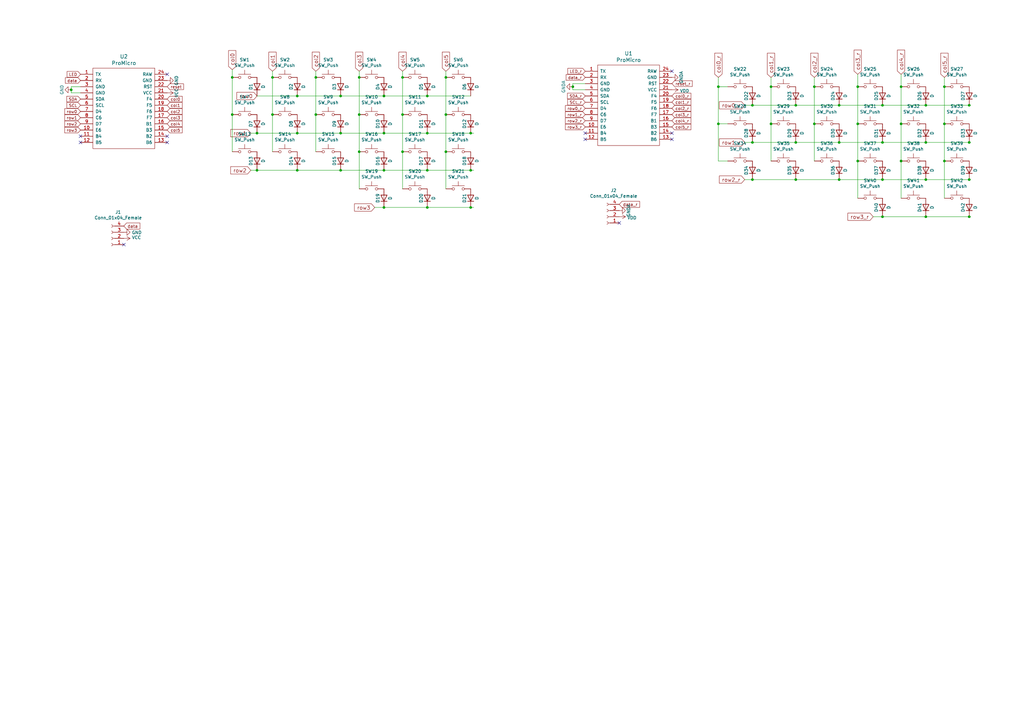
<source format=kicad_sch>
(kicad_sch (version 20230121) (generator eeschema)
  (paper "A3")
  (title_block (title "Corne Cherry") (date "2020-09-28") (rev "3.0.1") (company "foostan"))
  (lib_symbols
    (symbol "Device:D" (pin_numbers hide) (pin_names (offset 1.016) hide)
      (property "Reference" "D" (at 0 2.54 0))
      (property "Value" "D" (at 0 -2.54 0))
      (symbol "D_0_1"
        (polyline (pts (xy -1.27 1.27) (xy -1.27 -1.27)) (stroke (width 0.254)))
        (polyline (pts (xy 1.27 0) (xy -1.27 0)))
        (polyline (pts (xy 1.27 1.27) (xy 1.27 -1.27) (xy -1.27 0) (xy 1.27 1.27)) (stroke (width 0.254)))
      )
      (symbol "D_1_1"
        (pin passive line (at -3.81 0 0) (length 2.54) (name "K") (number "1"))
        (pin passive line (at 3.81 0 180) (length 2.54) (name "A") (number "2"))
      )
    )
    (symbol "MXMLP-Corne-rescue:Conn_01x04_Female-Connector" (pin_names (offset 1.016) hide)
      (property "Reference" "J" (at 0 5.08 0))
      (property "Value" "Connector_Conn_01x04_Female" (at 0 -7.62 0))
      (symbol "Conn_01x04_Female-Connector_1_1"
        (arc (start 0 -4.572) (mid -0.5058 -5.08) (end 0 -5.588) (stroke (width 0.1524)))
        (arc (start 0 -2.032) (mid -0.5058 -2.54) (end 0 -3.048) (stroke (width 0.1524)))
        (polyline (pts (xy -1.27 -5.08) (xy -0.508 -5.08)) (stroke (width 0.1524)))
        (polyline (pts (xy -1.27 -2.54) (xy -0.508 -2.54)) (stroke (width 0.1524)))
        (polyline (pts (xy -1.27 0) (xy -0.508 0)) (stroke (width 0.1524)))
        (polyline (pts (xy -1.27 2.54) (xy -0.508 2.54)) (stroke (width 0.1524)))
        (arc (start 0 0.508) (mid -0.5058 0) (end 0 -0.508) (stroke (width 0.1524)))
        (arc (start 0 3.048) (mid -0.5058 2.54) (end 0 2.032) (stroke (width 0.1524)))
        (pin passive line (at -5.08 2.54 0) (length 3.81) (name "Pin_1") (number "1"))
        (pin passive line (at -5.08 0 0) (length 3.81) (name "Pin_2") (number "2"))
        (pin passive line (at -5.08 -2.54 0) (length 3.81) (name "Pin_3") (number "3"))
        (pin passive line (at -5.08 -5.08 0) (length 3.81) (name "Pin_4") (number "4"))
      )
    )
    (symbol "Switch:SW_Push" (pin_numbers hide) (pin_names (offset 1.016) hide)
      (property "Reference" "SW" (at 1.27 2.54 0))
      (property "Value" "SW_Push" (at 0 -1.524 0))
      (symbol "SW_Push_0_1"
        (circle (center -2.032 0) (radius 0.508))
        (polyline (pts (xy 0 1.27) (xy 0 3.048)))
        (polyline (pts (xy 2.54 1.27) (xy -2.54 1.27)))
        (circle (center 2.032 0) (radius 0.508))
        (pin passive line (at -5.08 0 0) (length 2.54) (name "1") (number "1"))
        (pin passive line (at 5.08 0 180) (length 2.54) (name "2") (number "2"))
      )
    )
    (symbol "power:GND" (power) (pin_names (offset 0))
      (property "Value" "GND" (at 0 -3.81 0))
      (symbol "GND_0_1"
        (polyline (pts (xy 0 0) (xy 0 -1.27) (xy 1.27 -1.27) (xy 0 -2.54) (xy -1.27 -1.27) (xy 0 -1.27)))
      )
      (symbol "GND_1_1"
        (pin power_in line (at 0 0 270) (length 0) hide (name "GND") (number "1"))
      )
    )
    (symbol "power:GNDA" (power) (pin_names (offset 0))
      (property "Value" "GNDA" (at 0 -3.81 0))
      (symbol "GNDA_0_1"
        (polyline (pts (xy 0 0) (xy 0 -1.27) (xy 1.27 -1.27) (xy 0 -2.54) (xy -1.27 -1.27) (xy 0 -1.27)))
      )
      (symbol "GNDA_1_1"
        (pin power_in line (at 0 0 270) (length 0) hide (name "GNDA") (number "1"))
      )
    )
    (symbol "power:VCC" (power) (pin_names (offset 0))
      (property "Value" "VCC" (at 0 3.81 0))
      (symbol "VCC_0_1"
        (polyline (pts (xy -0.762 1.27) (xy 0 2.54)))
        (polyline (pts (xy 0 0) (xy 0 2.54)))
        (polyline (pts (xy 0 2.54) (xy 0.762 1.27)))
      )
      (symbol "VCC_1_1"
        (pin power_in line (at 0 0 90) (length 0) hide (name "VCC") (number "1"))
      )
    )
    (symbol "power:VDD" (power) (pin_names (offset 0))
      (property "Value" "VDD" (at 0 3.81 0))
      (symbol "VDD_0_1"
        (polyline (pts (xy -0.762 1.27) (xy 0 2.54)))
        (polyline (pts (xy 0 0) (xy 0 2.54)))
        (polyline (pts (xy 0 2.54) (xy 0.762 1.27)))
      )
      (symbol "VDD_1_1"
        (pin power_in line (at 0 0 90) (length 0) hide (name "VDD") (number "1"))
      )
    )
    (symbol "promicro:ProMicro" (pin_names (offset 1.016))
      (property "Reference" "U" (at 0 24.13 0))
      (property "Value" "ProMicro" (at 0 -13.97 0))
      (symbol "ProMicro_0_1"
        (rectangle (start -12.7 21.59) (end 12.7 -11.43))
      )
      (symbol "ProMicro_1_1"
        (pin bidirectional line (at -17.78 19.05 0) (length 5.08) (name "TX") (number "1"))
        (pin bidirectional line (at -17.78 -3.81 0) (length 5.08) (name "E6") (number "10"))
        (pin bidirectional line (at -17.78 -6.35 0) (length 5.08) (name "B4") (number "11"))
        (pin bidirectional line (at -17.78 -8.89 0) (length 5.08) (name "B5") (number "12"))
        (pin bidirectional line (at 17.78 -8.89 180) (length 5.08) (name "B6") (number "13"))
        (pin bidirectional line (at 17.78 -6.35 180) (length 5.08) (name "B2") (number "14"))
        (pin bidirectional line (at 17.78 -3.81 180) (length 5.08) (name "B3") (number "15"))
        (pin bidirectional line (at 17.78 -1.27 180) (length 5.08) (name "B1") (number "16"))
        (pin bidirectional line (at 17.78 1.27 180) (length 5.08) (name "F7") (number "17"))
        (pin bidirectional line (at 17.78 3.81 180) (length 5.08) (name "F6") (number "18"))
        (pin bidirectional line (at 17.78 6.35 180) (length 5.08) (name "F5") (number "19"))
        (pin bidirectional line (at -17.78 16.51 0) (length 5.08) (name "RX") (number "2"))
        (pin bidirectional line (at 17.78 8.89 180) (length 5.08) (name "F4") (number "20"))
        (pin power_in line (at 17.78 11.43 180) (length 5.08) (name "VCC") (number "21"))
        (pin input line (at 17.78 13.97 180) (length 5.08) (name "RST") (number "22"))
        (pin power_in line (at 17.78 16.51 180) (length 5.08) (name "GND") (number "23"))
        (pin power_out line (at 17.78 19.05 180) (length 5.08) (name "RAW") (number "24"))
        (pin power_in line (at -17.78 13.97 0) (length 5.08) (name "GND") (number "3"))
        (pin power_in line (at -17.78 11.43 0) (length 5.08) (name "GND") (number "4"))
        (pin bidirectional line (at -17.78 8.89 0) (length 5.08) (name "SDA") (number "5"))
        (pin bidirectional line (at -17.78 6.35 0) (length 5.08) (name "SCL") (number "6"))
        (pin bidirectional line (at -17.78 3.81 0) (length 5.08) (name "D4") (number "7"))
        (pin bidirectional line (at -17.78 1.27 0) (length 5.08) (name "C6") (number "8"))
        (pin bidirectional line (at -17.78 -1.27 0) (length 5.08) (name "D7") (number "9"))
      )
    )
  )
  (junction (at 111.76 46.99))
  (junction (at 95.25 46.99))
  (junction (at 316.23 50.8))
  (junction (at 139.7 39.37))
  (junction (at 334.01 50.8))
  (junction (at 175.26 54.61))
  (junction (at 165.1 31.75))
  (junction (at 294.64 50.8))
  (junction (at 139.7 54.61))
  (junction (at 316.23 35.56))
  (junction (at 361.95 88.9))
  (junction (at 351.79 50.8))
  (junction (at 193.04 54.61))
  (junction (at 397.51 58.42))
  (junction (at 121.92 54.61))
  (junction (at 361.95 58.42))
  (junction (at 334.01 35.56))
  (junction (at 308.61 43.18))
  (junction (at 369.57 50.8))
  (junction (at 387.35 66.04))
  (junction (at 379.73 43.18))
  (junction (at 121.92 69.85))
  (junction (at 175.26 39.37))
  (junction (at 387.35 35.56))
  (junction (at 139.7 69.85))
  (junction (at 344.17 58.42))
  (junction (at 369.57 66.04))
  (junction (at 147.32 46.99))
  (junction (at 147.32 62.23))
  (junction (at 351.79 66.04))
  (junction (at 379.73 58.42))
  (junction (at 326.39 43.18))
  (junction (at 105.41 69.85))
  (junction (at 147.32 31.75))
  (junction (at 397.51 88.9))
  (junction (at 175.26 69.85))
  (junction (at 387.35 50.8))
  (junction (at 344.17 43.18))
  (junction (at 129.54 31.75))
  (junction (at 397.51 73.66))
  (junction (at 234.95 35.56))
  (junction (at 157.48 39.37))
  (junction (at 193.04 69.85))
  (junction (at 105.41 54.61))
  (junction (at 182.88 62.23))
  (junction (at 397.51 43.18))
  (junction (at 344.17 73.66))
  (junction (at 379.73 73.66))
  (junction (at 95.25 31.75))
  (junction (at 165.1 46.99))
  (junction (at 175.26 85.09))
  (junction (at 121.92 39.37))
  (junction (at 129.54 46.99))
  (junction (at 294.64 35.56))
  (junction (at 157.48 85.09))
  (junction (at 326.39 58.42))
  (junction (at 182.88 31.75))
  (junction (at 165.1 62.23))
  (junction (at 193.04 85.09))
  (junction (at 182.88 46.99))
  (junction (at 308.61 73.66))
  (junction (at 326.39 73.66))
  (junction (at 361.95 43.18))
  (junction (at 379.73 88.9))
  (junction (at 29.21 36.83))
  (junction (at 111.76 31.75))
  (junction (at 308.61 58.42))
  (junction (at 351.79 35.56))
  (junction (at 361.95 73.66))
  (junction (at 157.48 69.85))
  (junction (at 157.48 54.61))
  (junction (at 369.57 35.56))
  (no_connect (at 68.58 30.48))
  (no_connect (at 275.59 54.61))
  (no_connect (at 33.02 58.42))
  (no_connect (at 68.58 58.42))
  (no_connect (at 240.03 57.15))
  (no_connect (at 33.02 55.88))
  (no_connect (at 50.8 100.33))
  (no_connect (at 275.59 57.15))
  (no_connect (at 254 91.44))
  (no_connect (at 275.59 29.21))
  (no_connect (at 68.58 55.88))
  (no_connect (at 240.03 54.61))
  (wire (pts (xy 175.26 54.61) (xy 193.04 54.61)))
  (wire (pts (xy 111.76 29.21) (xy 111.76 31.75)))
  (wire (pts (xy 379.73 73.66) (xy 397.51 73.66)))
  (wire (pts (xy 102.87 54.61) (xy 105.41 54.61)))
  (wire (pts (xy 379.73 88.9) (xy 397.51 88.9)))
  (wire (pts (xy 33.02 38.1) (xy 29.21 38.1)))
  (wire (pts (xy 175.26 69.85) (xy 193.04 69.85)))
  (wire (pts (xy 305.435 73.66) (xy 308.61 73.66)))
  (wire (pts (xy 33.02 35.56) (xy 29.21 35.56)))
  (wire (pts (xy 157.48 39.37) (xy 175.26 39.37)))
  (wire (pts (xy 147.32 31.75) (xy 147.32 46.99)))
  (wire (pts (xy 397.51 88.9) (xy 398.145 88.9)))
  (wire (pts (xy 234.95 36.83) (xy 240.03 36.83)))
  (wire (pts (xy 193.04 85.09) (xy 194.31 85.09)))
  (wire (pts (xy 240.03 34.29) (xy 234.95 34.29)))
  (wire (pts (xy 387.35 66.04) (xy 387.35 81.28)))
  (wire (pts (xy 397.51 58.42) (xy 398.145 58.42)))
  (wire (pts (xy 298.45 66.04) (xy 294.64 66.04)))
  (wire (pts (xy 111.76 46.99) (xy 111.76 62.23)))
  (wire (pts (xy 326.39 58.42) (xy 344.17 58.42)))
  (wire (pts (xy 334.01 31.75) (xy 334.01 35.56)))
  (wire (pts (xy 234.95 35.56) (xy 234.95 36.83)))
  (wire (pts (xy 193.04 54.61) (xy 194.31 54.61)))
  (wire (pts (xy 102.87 69.85) (xy 105.41 69.85)))
  (wire (pts (xy 139.7 54.61) (xy 157.48 54.61)))
  (wire (pts (xy 298.45 50.8) (xy 294.64 50.8)))
  (wire (pts (xy 175.26 85.09) (xy 193.04 85.09)))
  (wire (pts (xy 234.95 34.29) (xy 234.95 35.56)))
  (wire (pts (xy 105.41 39.37) (xy 121.92 39.37)))
  (wire (pts (xy 157.48 69.85) (xy 175.26 69.85)))
  (wire (pts (xy 129.54 46.99) (xy 129.54 31.75)))
  (wire (pts (xy 358.14 88.9) (xy 361.95 88.9)))
  (wire (pts (xy 95.25 46.99) (xy 95.25 62.23)))
  (wire (pts (xy 397.51 73.66) (xy 398.145 73.66)))
  (wire (pts (xy 305.435 58.42) (xy 308.61 58.42)))
  (wire (pts (xy 129.54 62.23) (xy 129.54 46.99)))
  (wire (pts (xy 157.48 85.09) (xy 153.67 85.09)))
  (wire (pts (xy 326.39 43.18) (xy 344.17 43.18)))
  (wire (pts (xy 139.7 39.37) (xy 157.48 39.37)))
  (wire (pts (xy 361.95 73.66) (xy 379.73 73.66)))
  (wire (pts (xy 147.32 62.23) (xy 147.32 77.47)))
  (wire (pts (xy 387.35 31.75) (xy 387.35 35.56)))
  (wire (pts (xy 294.64 31.75) (xy 294.64 35.56)))
  (wire (pts (xy 121.92 39.37) (xy 139.7 39.37)))
  (wire (pts (xy 379.73 43.18) (xy 397.51 43.18)))
  (wire (pts (xy 387.35 35.56) (xy 387.35 50.8)))
  (wire (pts (xy 105.41 69.85) (xy 121.92 69.85)))
  (wire (pts (xy 182.88 62.23) (xy 182.88 77.47)))
  (wire (pts (xy 369.57 30.48) (xy 369.57 35.56)))
  (wire (pts (xy 351.79 35.56) (xy 351.79 50.8)))
  (wire (pts (xy 397.51 43.18) (xy 398.145 43.18)))
  (wire (pts (xy 121.92 54.61) (xy 139.7 54.61)))
  (wire (pts (xy 147.32 46.99) (xy 147.32 62.23)))
  (wire (pts (xy 29.21 38.1) (xy 29.21 36.83)))
  (wire (pts (xy 369.57 35.56) (xy 369.57 50.8)))
  (wire (pts (xy 334.01 50.8) (xy 334.01 66.04)))
  (wire (pts (xy 369.57 50.8) (xy 369.57 66.04)))
  (wire (pts (xy 305.435 43.18) (xy 308.61 43.18)))
  (wire (pts (xy 147.32 29.21) (xy 147.32 31.75)))
  (wire (pts (xy 175.26 39.37) (xy 193.04 39.37)))
  (wire (pts (xy 298.45 35.56) (xy 294.64 35.56)))
  (wire (pts (xy 294.64 35.56) (xy 294.64 50.8)))
  (wire (pts (xy 182.88 31.75) (xy 182.88 46.99)))
  (wire (pts (xy 334.01 35.56) (xy 334.01 50.8)))
  (wire (pts (xy 316.23 35.56) (xy 316.23 50.8)))
  (wire (pts (xy 95.25 31.75) (xy 95.25 46.99)))
  (wire (pts (xy 157.48 54.61) (xy 175.26 54.61)))
  (wire (pts (xy 294.64 50.8) (xy 294.64 66.04)))
  (wire (pts (xy 139.7 69.85) (xy 157.48 69.85)))
  (wire (pts (xy 182.88 46.99) (xy 182.88 62.23)))
  (wire (pts (xy 121.92 69.85) (xy 139.7 69.85)))
  (wire (pts (xy 165.1 62.23) (xy 165.1 77.47)))
  (wire (pts (xy 361.95 88.9) (xy 379.73 88.9)))
  (wire (pts (xy 111.76 31.75) (xy 111.76 46.99)))
  (wire (pts (xy 379.73 58.42) (xy 397.51 58.42)))
  (wire (pts (xy 316.23 50.8) (xy 316.23 66.04)))
  (wire (pts (xy 326.39 73.66) (xy 344.17 73.66)))
  (wire (pts (xy 193.04 69.85) (xy 194.31 69.85)))
  (wire (pts (xy 308.61 58.42) (xy 326.39 58.42)))
  (wire (pts (xy 316.23 31.75) (xy 316.23 35.56)))
  (wire (pts (xy 344.17 58.42) (xy 361.95 58.42)))
  (wire (pts (xy 95.25 28.575) (xy 95.25 31.75)))
  (wire (pts (xy 182.88 29.21) (xy 182.88 31.75)))
  (wire (pts (xy 361.95 58.42) (xy 379.73 58.42)))
  (wire (pts (xy 175.26 85.09) (xy 157.48 85.09)))
  (wire (pts (xy 351.79 66.04) (xy 351.79 81.28)))
  (wire (pts (xy 29.21 35.56) (xy 29.21 36.83)))
  (wire (pts (xy 344.17 43.18) (xy 361.95 43.18)))
  (wire (pts (xy 165.1 31.75) (xy 165.1 46.99)))
  (wire (pts (xy 351.79 50.8) (xy 351.79 66.04)))
  (wire (pts (xy 165.1 29.21) (xy 165.1 31.75)))
  (wire (pts (xy 165.1 46.99) (xy 165.1 62.23)))
  (wire (pts (xy 308.61 43.18) (xy 326.39 43.18)))
  (wire (pts (xy 387.35 50.8) (xy 387.35 66.04)))
  (wire (pts (xy 344.17 73.66) (xy 361.95 73.66)))
  (wire (pts (xy 351.79 30.48) (xy 351.79 35.56)))
  (wire (pts (xy 369.57 66.04) (xy 369.57 81.28)))
  (wire (pts (xy 129.54 31.75) (xy 129.54 29.21)))
  (wire (pts (xy 105.41 54.61) (xy 121.92 54.61)))
  (wire (pts (xy 308.61 73.66) (xy 326.39 73.66)))
  (wire (pts (xy 361.95 43.18) (xy 379.73 43.18)))
  (global_label "row3_r" (shape input) (at 358.14 88.9 180) (effects (font (size 1.524 1.524))) (property "Intersheetrefs" "${INTERSHEET_REFS}" (effects hide)))
  (global_label "col3" (shape input) (at 147.32 29.21 90) (effects (font (size 1.524 1.524))) (property "Intersheetrefs" "${INTERSHEET_REFS}" (effects hide)))
  (global_label "col2" (shape input) (at 129.54 29.21 90) (effects (font (size 1.524 1.524))) (property "Intersheetrefs" "${INTERSHEET_REFS}" (effects hide)))
  (global_label "data" (shape input) (at 33.02 33.02 180) (effects (font (size 1.1938 1.1938))) (property "Intersheetrefs" "${INTERSHEET_REFS}" (effects hide)))
  (global_label "col5" (shape input) (at 182.88 29.21 90) (effects (font (size 1.524 1.524))) (property "Intersheetrefs" "${INTERSHEET_REFS}" (effects hide)))
  (global_label "SCL_r" (shape input) (at 240.03 41.91 180) (effects (font (size 1.1938 1.1938))) (property "Intersheetrefs" "${INTERSHEET_REFS}" (effects hide)))
  (global_label "col1_r" (shape input) (at 275.59 41.91 0) (effects (font (size 1.1938 1.1938))) (property "Intersheetrefs" "${INTERSHEET_REFS}" (effects hide)))
  (global_label "col5_r" (shape input) (at 387.35 31.75 90) (effects (font (size 1.524 1.524))) (property "Intersheetrefs" "${INTERSHEET_REFS}" (effects hide)))
  (global_label "col2_r" (shape input) (at 334.01 31.75 90) (effects (font (size 1.524 1.524))) (property "Intersheetrefs" "${INTERSHEET_REFS}" (effects hide)))
  (global_label "row0" (shape input) (at 105.41 39.37 180) (effects (font (size 1.524 1.524))) (property "Intersheetrefs" "${INTERSHEET_REFS}" (effects hide)))
  (global_label "row1_r" (shape input) (at 305.435 58.42 180) (effects (font (size 1.524 1.524))) (property "Intersheetrefs" "${INTERSHEET_REFS}" (effects hide)))
  (global_label "col4" (shape input) (at 165.1 29.21 90) (effects (font (size 1.524 1.524))) (property "Intersheetrefs" "${INTERSHEET_REFS}" (effects hide)))
  (global_label "row0_r" (shape input) (at 305.435 43.18 180) (effects (font (size 1.524 1.524))) (property "Intersheetrefs" "${INTERSHEET_REFS}" (effects hide)))
  (global_label "row3" (shape input) (at 153.67 85.09 180) (effects (font (size 1.524 1.524))) (property "Intersheetrefs" "${INTERSHEET_REFS}" (effects hide)))
  (global_label "col4_r" (shape input) (at 369.57 30.48 90) (effects (font (size 1.524 1.524))) (property "Intersheetrefs" "${INTERSHEET_REFS}" (effects hide)))
  (global_label "row0_r" (shape input) (at 240.03 44.45 180) (effects (font (size 1.1938 1.1938))) (property "Intersheetrefs" "${INTERSHEET_REFS}" (effects hide)))
  (global_label "row2_r" (shape input) (at 240.03 49.53 180) (effects (font (size 1.1938 1.1938))) (property "Intersheetrefs" "${INTERSHEET_REFS}" (effects hide)))
  (global_label "row3" (shape input) (at 33.02 53.34 180) (effects (font (size 1.1938 1.1938))) (property "Intersheetrefs" "${INTERSHEET_REFS}" (effects hide)))
  (global_label "row1" (shape input) (at 33.02 48.26 180) (effects (font (size 1.1938 1.1938))) (property "Intersheetrefs" "${INTERSHEET_REFS}" (effects hide)))
  (global_label "col4_r" (shape input) (at 275.59 49.53 0) (effects (font (size 1.1938 1.1938))) (property "Intersheetrefs" "${INTERSHEET_REFS}" (effects hide)))
  (global_label "SDA_r" (shape input) (at 240.03 39.37 180) (effects (font (size 1.1938 1.1938))) (property "Intersheetrefs" "${INTERSHEET_REFS}" (effects hide)))
  (global_label "row0" (shape input) (at 33.02 45.72 180) (effects (font (size 1.1938 1.1938))) (property "Intersheetrefs" "${INTERSHEET_REFS}" (effects hide)))
  (global_label "LED_r" (shape input) (at 240.03 29.21 180) (effects (font (size 1.1938 1.1938))) (property "Intersheetrefs" "${INTERSHEET_REFS}" (effects hide)))
  (global_label "col1" (shape input) (at 111.76 29.21 90) (effects (font (size 1.524 1.524))) (property "Intersheetrefs" "${INTERSHEET_REFS}" (effects hide)))
  (global_label "col1" (shape input) (at 68.58 43.18 0) (effects (font (size 1.1938 1.1938))) (property "Intersheetrefs" "${INTERSHEET_REFS}" (effects hide)))
  (global_label "reset_r" (shape input) (at 275.59 34.29 0) (effects (font (size 1.1938 1.1938))) (property "Intersheetrefs" "${INTERSHEET_REFS}" (effects hide)))
  (global_label "row3_r" (shape input) (at 240.03 52.07 180) (effects (font (size 1.1938 1.1938))) (property "Intersheetrefs" "${INTERSHEET_REFS}" (effects hide)))
  (global_label "col1_r" (shape input) (at 316.23 31.75 90) (effects (font (size 1.524 1.524))) (property "Intersheetrefs" "${INTERSHEET_REFS}" (effects hide)))
  (global_label "col0_r" (shape input) (at 275.59 39.37 0) (effects (font (size 1.1938 1.1938))) (property "Intersheetrefs" "${INTERSHEET_REFS}" (effects hide)))
  (global_label "col3" (shape input) (at 68.58 48.26 0) (effects (font (size 1.1938 1.1938))) (property "Intersheetrefs" "${INTERSHEET_REFS}" (effects hide)))
  (global_label "col0" (shape input) (at 68.58 40.64 0) (effects (font (size 1.1938 1.1938))) (property "Intersheetrefs" "${INTERSHEET_REFS}" (effects hide)))
  (global_label "reset" (shape input) (at 68.58 35.56 0) (effects (font (size 1.1938 1.1938))) (property "Intersheetrefs" "${INTERSHEET_REFS}" (effects hide)))
  (global_label "data_r" (shape input) (at 254 83.82 0) (property "Intersheetrefs" "${INTERSHEET_REFS}" (effects hide)))
  (global_label "SCL" (shape input) (at 33.02 43.18 180) (effects (font (size 1.1938 1.1938))) (property "Intersheetrefs" "${INTERSHEET_REFS}" (effects hide)))
  (global_label "col2_r" (shape input) (at 275.59 44.45 0) (effects (font (size 1.1938 1.1938))) (property "Intersheetrefs" "${INTERSHEET_REFS}" (effects hide)))
  (global_label "LED" (shape input) (at 33.02 30.48 180) (effects (font (size 1.1938 1.1938))) (property "Intersheetrefs" "${INTERSHEET_REFS}" (effects hide)))
  (global_label "data" (shape input) (at 50.8 92.71 0) (property "Intersheetrefs" "${INTERSHEET_REFS}" (effects hide)))
  (global_label "col5" (shape input) (at 68.58 53.34 0) (effects (font (size 1.1938 1.1938))) (property "Intersheetrefs" "${INTERSHEET_REFS}" (effects hide)))
  (global_label "col2" (shape input) (at 68.58 45.72 0) (effects (font (size 1.1938 1.1938))) (property "Intersheetrefs" "${INTERSHEET_REFS}" (effects hide)))
  (global_label "col3_r" (shape input) (at 351.79 30.48 90) (effects (font (size 1.524 1.524))) (property "Intersheetrefs" "${INTERSHEET_REFS}" (effects hide)))
  (global_label "row2" (shape input) (at 33.02 50.8 180) (effects (font (size 1.1938 1.1938))) (property "Intersheetrefs" "${INTERSHEET_REFS}" (effects hide)))
  (global_label "row1_r" (shape input) (at 240.03 46.99 180) (effects (font (size 1.1938 1.1938))) (property "Intersheetrefs" "${INTERSHEET_REFS}" (effects hide)))
  (global_label "row1" (shape input) (at 102.87 54.61 180) (effects (font (size 1.524 1.524))) (property "Intersheetrefs" "${INTERSHEET_REFS}" (effects hide)))
  (global_label "row2_r" (shape input) (at 305.435 73.66 180) (effects (font (size 1.524 1.524))) (property "Intersheetrefs" "${INTERSHEET_REFS}" (effects hide)))
  (global_label "col3_r" (shape input) (at 275.59 46.99 0) (effects (font (size 1.1938 1.1938))) (property "Intersheetrefs" "${INTERSHEET_REFS}" (effects hide)))
  (global_label "col0_r" (shape input) (at 294.64 31.75 90) (effects (font (size 1.524 1.524))) (property "Intersheetrefs" "${INTERSHEET_REFS}" (effects hide)))
  (global_label "col5_r" (shape input) (at 275.59 52.07 0) (effects (font (size 1.1938 1.1938))) (property "Intersheetrefs" "${INTERSHEET_REFS}" (effects hide)))
  (global_label "col4" (shape input) (at 68.58 50.8 0) (effects (font (size 1.1938 1.1938))) (property "Intersheetrefs" "${INTERSHEET_REFS}" (effects hide)))
  (global_label "row2" (shape input) (at 102.87 69.85 180) (effects (font (size 1.524 1.524))) (property "Intersheetrefs" "${INTERSHEET_REFS}" (effects hide)))
  (global_label "SDA" (shape input) (at 33.02 40.64 180) (effects (font (size 1.1938 1.1938))) (property "Intersheetrefs" "${INTERSHEET_REFS}" (effects hide)))
  (global_label "data_r" (shape input) (at 240.03 31.75 180) (effects (font (size 1.1938 1.1938))) (property "Intersheetrefs" "${INTERSHEET_REFS}" (effects hide)))
  (global_label "col0" (shape input) (at 95.25 28.575 90) (effects (font (size 1.524 1.524))) (property "Intersheetrefs" "${INTERSHEET_REFS}" (effects hide)))
  (symbol (lib_id "Device:D") (at 121.92 35.56 90) (unit 1)
    (property "Reference" "D2" (at 119.38 35.56 0))
    (property "Value" "D" (at 124.46 35.56 0))
    (property "Footprint" "Keebio-Parts:Diode-Hybrid-Back" (effects hide))
  )
  (symbol (lib_id "Device:D") (at 139.7 35.56 90) (unit 1)
    (property "Reference" "D3" (at 137.16 35.56 0))
    (property "Value" "D" (at 142.24 35.56 0))
    (property "Footprint" "Keebio-Parts:Diode-Hybrid-Back" (effects hide))
  )
  (symbol (lib_id "Device:D") (at 157.48 35.56 90) (unit 1)
    (property "Reference" "D4" (at 154.94 35.56 0))
    (property "Value" "D" (at 160.02 35.56 0))
    (property "Footprint" "Keebio-Parts:Diode-Hybrid-Back" (effects hide))
  )
  (symbol (lib_id "Device:D") (at 175.26 35.56 90) (unit 1)
    (property "Reference" "D5" (at 172.72 35.56 0))
    (property "Value" "D" (at 177.8 35.56 0))
    (property "Footprint" "Keebio-Parts:Diode-Hybrid-Back" (effects hide))
  )
  (symbol (lib_id "Device:D") (at 193.04 35.56 90) (unit 1)
    (property "Reference" "D6" (at 190.5 35.56 0))
    (property "Value" "D" (at 195.58 35.56 0))
    (property "Footprint" "Keebio-Parts:Diode-Hybrid-Back" (effects hide))
  )
  (symbol (lib_id "Device:D") (at 105.41 35.56 90) (unit 1)
    (property "Reference" "D1" (at 102.87 35.56 0))
    (property "Value" "D" (at 107.95 35.56 0))
    (property "Footprint" "Keebio-Parts:Diode-Hybrid-Back" (effects hide))
  )
  (symbol (lib_id "Device:D") (at 121.92 50.8 90) (unit 1)
    (property "Reference" "D8" (at 119.38 50.8 0))
    (property "Value" "D" (at 124.46 50.8 0))
    (property "Footprint" "Keebio-Parts:Diode-Hybrid-Back" (effects hide))
  )
  (symbol (lib_id "Device:D") (at 139.7 50.8 90) (unit 1)
    (property "Reference" "D9" (at 137.16 50.8 0))
    (property "Value" "D" (at 142.24 50.8 0))
    (property "Footprint" "Keebio-Parts:Diode-Hybrid-Back" (effects hide))
  )
  (symbol (lib_id "Device:D") (at 157.48 50.8 90) (unit 1)
    (property "Reference" "D10" (at 154.94 50.8 0))
    (property "Value" "D" (at 160.02 50.8 0))
    (property "Footprint" "Keebio-Parts:Diode-Hybrid-Back" (effects hide))
  )
  (symbol (lib_id "Device:D") (at 175.26 50.8 90) (unit 1)
    (property "Reference" "D11" (at 172.72 50.8 0))
    (property "Value" "D" (at 177.8 50.8 0))
    (property "Footprint" "Keebio-Parts:Diode-Hybrid-Back" (effects hide))
  )
  (symbol (lib_id "Device:D") (at 193.04 50.8 90) (unit 1)
    (property "Reference" "D12" (at 190.5 50.8 0))
    (property "Value" "D" (at 195.58 50.8 0))
    (property "Footprint" "Keebio-Parts:Diode-Hybrid-Back" (effects hide))
  )
  (symbol (lib_id "Device:D") (at 105.41 50.8 90) (unit 1)
    (property "Reference" "D7" (at 102.87 50.8 0))
    (property "Value" "D" (at 107.95 50.8 0))
    (property "Footprint" "Keebio-Parts:Diode-Hybrid-Back" (effects hide))
  )
  (symbol (lib_id "Device:D") (at 121.92 66.04 90) (unit 1)
    (property "Reference" "D14" (at 119.38 66.04 0))
    (property "Value" "D" (at 124.46 66.04 0))
    (property "Footprint" "Keebio-Parts:Diode-Hybrid-Back" (effects hide))
  )
  (symbol (lib_id "Device:D") (at 139.7 66.04 90) (unit 1)
    (property "Reference" "D15" (at 137.16 66.04 0))
    (property "Value" "D" (at 142.24 66.04 0))
    (property "Footprint" "Keebio-Parts:Diode-Hybrid-Back" (effects hide))
  )
  (symbol (lib_id "Device:D") (at 157.48 66.04 90) (unit 1)
    (property "Reference" "D16" (at 154.94 66.04 0))
    (property "Value" "D" (at 160.02 66.04 0))
    (property "Footprint" "Keebio-Parts:Diode-Hybrid-Back" (effects hide))
  )
  (symbol (lib_id "Device:D") (at 175.26 66.04 90) (unit 1)
    (property "Reference" "D17" (at 172.72 66.04 0))
    (property "Value" "D" (at 177.8 66.04 0))
    (property "Footprint" "Keebio-Parts:Diode-Hybrid-Back" (effects hide))
  )
  (symbol (lib_id "Device:D") (at 193.04 66.04 90) (unit 1)
    (property "Reference" "D18" (at 190.5 66.04 0))
    (property "Value" "D" (at 195.58 66.04 0))
    (property "Footprint" "Keebio-Parts:Diode-Hybrid-Back" (effects hide))
  )
  (symbol (lib_id "Device:D") (at 105.41 66.04 90) (unit 1)
    (property "Reference" "D13" (at 102.87 66.04 0))
    (property "Value" "D" (at 107.95 66.04 0))
    (property "Footprint" "Keebio-Parts:Diode-Hybrid-Back" (effects hide))
  )
  (symbol (lib_id "Device:D") (at 175.26 81.28 90) (unit 1)
    (property "Reference" "D20" (at 172.72 81.28 0))
    (property "Value" "D" (at 177.8 81.28 0))
    (property "Footprint" "Keebio-Parts:Diode-Hybrid-Back" (effects hide))
  )
  (symbol (lib_id "Device:D") (at 193.04 81.28 90) (unit 1)
    (property "Reference" "D21" (at 190.5 81.28 0))
    (property "Value" "D" (at 195.58 81.28 0))
    (property "Footprint" "Keebio-Parts:Diode-Hybrid-Back" (effects hide))
  )
  (symbol (lib_id "Device:D") (at 157.48 81.28 90) (unit 1)
    (property "Reference" "D19" (at 154.94 81.28 0))
    (property "Value" "D" (at 160.02 81.28 0))
    (property "Footprint" "Keebio-Parts:Diode-Hybrid-Back" (effects hide))
  )
  (symbol (lib_id "power:GND") (at 68.58 33.02 90) (unit 1)
    (property "Reference" "#PWR02" (effects hide))
    (property "Value" "GND" (at 72.39 33.02 0))
  )
  (symbol (lib_id "power:VCC") (at 68.58 38.1 270) (unit 1)
    (property "Reference" "#PWR06" (effects hide))
    (property "Value" "VCC" (at 72.39 38.1 0))
  )
  (symbol (lib_id "power:GND") (at 29.21 36.83 270) (unit 1)
    (property "Reference" "#PWR04" (effects hide))
    (property "Value" "GND" (at 25.4 36.83 0))
  )
  (symbol (lib_id "power:GNDA") (at 275.59 31.75 90) (unit 1)
    (property "Reference" "#PWR01" (effects hide))
    (property "Value" "GNDA" (at 279.4 31.75 0))
  )
  (symbol (lib_id "power:GNDA") (at 234.95 35.56 270) (unit 1)
    (property "Reference" "#PWR03" (effects hide))
    (property "Value" "GNDA" (at 231.14 35.56 0))
  )
  (symbol (lib_id "power:VDD") (at 275.59 36.83 270) (unit 1)
    (property "Reference" "#PWR05" (effects hide))
    (property "Value" "VDD" (at 278.8412 37.2618 90) (effects (justify left)))
  )
  (symbol (lib_id "power:VCC") (at 50.8 97.79 270) (mirror x) (unit 1)
    (property "Reference" "#PWR0101" (effects hide))
    (property "Value" "VCC" (at 54.0512 97.409 90) (effects (justify left)))
  )
  (symbol (lib_id "power:GND") (at 50.8 95.25 90) (mirror x) (unit 1)
    (property "Reference" "#PWR0102" (effects hide))
    (property "Value" "GND" (at 54.0512 95.377 90) (effects (justify right)))
  )
  (symbol (lib_id "MXMLP-Corne-rescue:Conn_01x04_Female-Connector") (at 45.72 97.79 180) (unit 1)
    (property "Reference" "J1" (at 48.4632 86.995 0))
    (property "Value" "Conn_01x04_Female" (at 48.4632 89.3064 0))
    (property "Footprint" "Keebio-Parts:TRRS-PJ-320A" (effects hide))
  )
  (symbol (lib_id "MXMLP-Corne-rescue:Conn_01x04_Female-Connector") (at 248.92 88.9 180) (unit 1)
    (property "Reference" "J2" (at 251.6632 78.105 0))
    (property "Value" "Conn_01x04_Female" (at 251.6632 80.4164 0))
    (property "Footprint" "Keebio-Parts:TRRS-PJ-320A" (effects hide))
  )
  (symbol (lib_id "power:VDD") (at 254 88.9 270) (unit 1)
    (property "Reference" "#PWR0103" (effects hide))
    (property "Value" "VDD" (at 257.2512 89.3318 90) (effects (justify left)))
  )
  (symbol (lib_id "Switch:SW_Push") (at 100.33 31.75 0) (unit 1)
    (property "Reference" "SW1" (at 100.33 24.511 0))
    (property "Value" "SW_Push" (at 100.33 26.8224 0))
    (property "Footprint" "MXMountLP:MXMountLP-1U" (effects hide))
  )
  (symbol (lib_id "Switch:SW_Push") (at 116.84 31.75 0) (unit 1)
    (property "Reference" "SW2" (at 116.84 24.511 0))
    (property "Value" "SW_Push" (at 116.84 26.8224 0))
    (property "Footprint" "MXMountLP:MXMountLP-1U" (effects hide))
  )
  (symbol (lib_id "Switch:SW_Push") (at 134.62 31.75 0) (unit 1)
    (property "Reference" "SW3" (at 134.62 24.511 0))
    (property "Value" "SW_Push" (at 134.62 26.8224 0))
    (property "Footprint" "MXMountLP:MXMountLP-1U" (effects hide))
  )
  (symbol (lib_id "Switch:SW_Push") (at 152.4 31.75 0) (unit 1)
    (property "Reference" "SW4" (at 152.4 24.511 0))
    (property "Value" "SW_Push" (at 152.4 26.8224 0))
    (property "Footprint" "MXMountLP:MXMountLP-1U" (effects hide))
  )
  (symbol (lib_id "Switch:SW_Push") (at 170.18 31.75 0) (unit 1)
    (property "Reference" "SW5" (at 170.18 24.511 0))
    (property "Value" "SW_Push" (at 170.18 26.8224 0))
    (property "Footprint" "MXMountLP:MXMountLP-1U" (effects hide))
  )
  (symbol (lib_id "Switch:SW_Push") (at 187.96 31.75 0) (unit 1)
    (property "Reference" "SW6" (at 187.96 24.511 0))
    (property "Value" "SW_Push" (at 187.96 26.8224 0))
    (property "Footprint" "MXMountLP:MXMountLP-1U" (effects hide))
  )
  (symbol (lib_id "Switch:SW_Push") (at 100.33 46.99 0) (unit 1)
    (property "Reference" "SW7" (at 100.33 39.751 0))
    (property "Value" "SW_Push" (at 100.33 42.0624 0))
    (property "Footprint" "MXMountLP:MXMountLP-1U" (effects hide))
  )
  (symbol (lib_id "Switch:SW_Push") (at 116.84 46.99 0) (unit 1)
    (property "Reference" "SW8" (at 116.84 39.751 0))
    (property "Value" "SW_Push" (at 116.84 42.0624 0))
    (property "Footprint" "MXMountLP:MXMountLP-1U" (effects hide))
  )
  (symbol (lib_id "Switch:SW_Push") (at 134.62 46.99 0) (unit 1)
    (property "Reference" "SW9" (at 134.62 39.751 0))
    (property "Value" "SW_Push" (at 134.62 42.0624 0))
    (property "Footprint" "MXMountLP:MXMountLP-1U" (effects hide))
  )
  (symbol (lib_id "Switch:SW_Push") (at 152.4 46.99 0) (unit 1)
    (property "Reference" "SW10" (at 152.4 39.751 0))
    (property "Value" "SW_Push" (at 152.4 42.0624 0))
    (property "Footprint" "MXMountLP:MXMountLP-1U" (effects hide))
  )
  (symbol (lib_id "Switch:SW_Push") (at 170.18 46.99 0) (unit 1)
    (property "Reference" "SW11" (at 170.18 39.751 0))
    (property "Value" "SW_Push" (at 170.18 42.0624 0))
    (property "Footprint" "MXMountLP:MXMountLP-1U" (effects hide))
  )
  (symbol (lib_id "Switch:SW_Push") (at 187.96 46.99 0) (unit 1)
    (property "Reference" "SW12" (at 187.96 39.751 0))
    (property "Value" "SW_Push" (at 187.96 42.0624 0))
    (property "Footprint" "MXMountLP:MXMountLP-1U" (effects hide))
  )
  (symbol (lib_id "Switch:SW_Push") (at 100.33 62.23 0) (unit 1)
    (property "Reference" "SW13" (at 100.33 54.991 0))
    (property "Value" "SW_Push" (at 100.33 57.3024 0))
    (property "Footprint" "MXMountLP:MXMountLP-1U" (effects hide))
  )
  (symbol (lib_id "Switch:SW_Push") (at 116.84 62.23 0) (unit 1)
    (property "Reference" "SW14" (at 116.84 54.991 0))
    (property "Value" "SW_Push" (at 116.84 57.3024 0))
    (property "Footprint" "MXMountLP:MXMountLP-1U" (effects hide))
  )
  (symbol (lib_id "Switch:SW_Push") (at 134.62 62.23 0) (unit 1)
    (property "Reference" "SW15" (at 134.62 54.991 0))
    (property "Value" "SW_Push" (at 134.62 57.3024 0))
    (property "Footprint" "MXMountLP:MXMountLP-1U" (effects hide))
  )
  (symbol (lib_id "Switch:SW_Push") (at 152.4 62.23 0) (unit 1)
    (property "Reference" "SW16" (at 152.4 54.991 0))
    (property "Value" "SW_Push" (at 152.4 57.3024 0))
    (property "Footprint" "MXMountLP:MXMountLP-1U" (effects hide))
  )
  (symbol (lib_id "Switch:SW_Push") (at 170.18 62.23 0) (unit 1)
    (property "Reference" "SW17" (at 170.18 54.991 0))
    (property "Value" "SW_Push" (at 170.18 57.3024 0))
    (property "Footprint" "MXMountLP:MXMountLP-1U" (effects hide))
  )
  (symbol (lib_id "Switch:SW_Push") (at 187.96 62.23 0) (unit 1)
    (property "Reference" "SW18" (at 187.96 54.991 0))
    (property "Value" "SW_Push" (at 187.96 57.3024 0))
    (property "Footprint" "MXMountLP:MXMountLP-1U" (effects hide))
  )
  (symbol (lib_id "Switch:SW_Push") (at 187.96 77.47 0) (unit 1)
    (property "Reference" "SW21" (at 187.96 70.231 0))
    (property "Value" "SW_Push" (at 187.96 72.5424 0))
    (property "Footprint" "MXMountLP:MXMountLP-1U" (effects hide))
  )
  (symbol (lib_id "Switch:SW_Push") (at 170.18 77.47 0) (unit 1)
    (property "Reference" "SW20" (at 170.18 70.231 0))
    (property "Value" "SW_Push" (at 170.18 72.5424 0))
    (property "Footprint" "MXMountLP:MXMountLP-1U" (effects hide))
  )
  (symbol (lib_id "Switch:SW_Push") (at 152.4 77.47 0) (unit 1)
    (property "Reference" "SW19" (at 152.4 70.231 0))
    (property "Value" "SW_Push" (at 152.4 72.5424 0))
    (property "Footprint" "MXMountLP:MXMountLP-1U" (effects hide))
  )
  (symbol (lib_id "power:GNDA") (at 254 86.36 90) (unit 1)
    (property "Reference" "#PWR0104" (effects hide))
    (property "Value" "GNDA" (at 257.81 86.36 0))
  )
  (symbol (lib_id "promicro:ProMicro") (at 257.81 48.26 0) (unit 1)
    (property "Reference" "U1" (at 257.81 21.9202 0) (effects (font (size 1.524 1.524))))
    (property "Value" "ProMicro" (at 257.81 24.6126 0) (effects (font (size 1.524 1.524))))
    (property "Footprint" "promicro:ProMicro" (effects hide))
  )
  (symbol (lib_id "promicro:ProMicro") (at 50.8 49.53 0) (unit 1)
    (property "Reference" "U2" (at 50.8 23.1902 0) (effects (font (size 1.524 1.524))))
    (property "Value" "ProMicro" (at 50.8 25.8826 0) (effects (font (size 1.524 1.524))))
    (property "Footprint" "promicro:ProMicro" (effects hide))
  )
  (symbol (lib_id "Device:D") (at 326.39 39.37 90) (unit 1)
    (property "Reference" "D23" (at 323.85 39.37 0))
    (property "Value" "D" (at 328.93 39.37 0))
    (property "Footprint" "Keebio-Parts:Diode-Hybrid-Back" (effects hide))
  )
  (symbol (lib_id "Device:D") (at 344.17 39.37 90) (unit 1)
    (property "Reference" "D24" (at 341.63 39.37 0))
    (property "Value" "D" (at 346.71 39.37 0))
    (property "Footprint" "Keebio-Parts:Diode-Hybrid-Back" (effects hide))
  )
  (symbol (lib_id "Device:D") (at 361.95 39.37 90) (unit 1)
    (property "Reference" "D25" (at 359.41 39.37 0))
    (property "Value" "D" (at 364.49 39.37 0))
    (property "Footprint" "Keebio-Parts:Diode-Hybrid-Back" (effects hide))
  )
  (symbol (lib_id "Device:D") (at 379.73 39.37 90) (unit 1)
    (property "Reference" "D26" (at 377.19 39.37 0))
    (property "Value" "D" (at 382.27 39.37 0))
    (property "Footprint" "Keebio-Parts:Diode-Hybrid-Back" (effects hide))
  )
  (symbol (lib_id "Device:D") (at 397.51 39.37 90) (unit 1)
    (property "Reference" "D27" (at 394.97 39.37 0))
    (property "Value" "D" (at 400.05 39.37 0))
    (property "Footprint" "Keebio-Parts:Diode-Hybrid-Back" (effects hide))
  )
  (symbol (lib_id "Device:D") (at 326.39 54.61 90) (unit 1)
    (property "Reference" "D29" (at 323.85 54.61 0))
    (property "Value" "D" (at 328.93 54.61 0))
    (property "Footprint" "Keebio-Parts:Diode-Hybrid-Back" (effects hide))
  )
  (symbol (lib_id "Device:D") (at 344.17 54.61 90) (unit 1)
    (property "Reference" "D30" (at 341.63 54.61 0))
    (property "Value" "D" (at 346.71 54.61 0))
    (property "Footprint" "Keebio-Parts:Diode-Hybrid-Back" (effects hide))
  )
  (symbol (lib_id "Device:D") (at 361.95 54.61 90) (unit 1)
    (property "Reference" "D31" (at 359.41 54.61 0))
    (property "Value" "D" (at 364.49 54.61 0))
    (property "Footprint" "Keebio-Parts:Diode-Hybrid-Back" (effects hide))
  )
  (symbol (lib_id "Device:D") (at 379.73 54.61 90) (unit 1)
    (property "Reference" "D32" (at 377.19 54.61 0))
    (property "Value" "D" (at 382.27 54.61 0))
    (property "Footprint" "Keebio-Parts:Diode-Hybrid-Back" (effects hide))
  )
  (symbol (lib_id "Device:D") (at 397.51 54.61 90) (unit 1)
    (property "Reference" "D33" (at 394.97 54.61 0))
    (property "Value" "D" (at 400.05 54.61 0))
    (property "Footprint" "Keebio-Parts:Diode-Hybrid-Back" (effects hide))
  )
  (symbol (lib_id "Device:D") (at 308.61 54.61 90) (unit 1)
    (property "Reference" "D28" (at 306.07 54.61 0))
    (property "Value" "D" (at 311.15 54.61 0))
    (property "Footprint" "Keebio-Parts:Diode-Hybrid-Back" (effects hide))
  )
  (symbol (lib_id "Device:D") (at 326.39 69.85 90) (unit 1)
    (property "Reference" "D35" (at 323.85 69.85 0))
    (property "Value" "D" (at 328.93 69.85 0))
    (property "Footprint" "Keebio-Parts:Diode-Hybrid-Back" (effects hide))
  )
  (symbol (lib_id "Device:D") (at 344.17 69.85 90) (unit 1)
    (property "Reference" "D36" (at 341.63 69.85 0))
    (property "Value" "D" (at 346.71 69.85 0))
    (property "Footprint" "Keebio-Parts:Diode-Hybrid-Back" (effects hide))
  )
  (symbol (lib_id "Device:D") (at 361.95 69.85 90) (unit 1)
    (property "Reference" "D37" (at 359.41 69.85 0))
    (property "Value" "D" (at 364.49 69.85 0))
    (property "Footprint" "Keebio-Parts:Diode-Hybrid-Back" (effects hide))
  )
  (symbol (lib_id "Device:D") (at 379.73 69.85 90) (unit 1)
    (property "Reference" "D38" (at 377.19 69.85 0))
    (property "Value" "D" (at 382.27 69.85 0))
    (property "Footprint" "Keebio-Parts:Diode-Hybrid-Back" (effects hide))
  )
  (symbol (lib_id "Device:D") (at 397.51 69.85 90) (unit 1)
    (property "Reference" "D39" (at 394.97 69.85 0))
    (property "Value" "D" (at 400.05 69.85 0))
    (property "Footprint" "Keebio-Parts:Diode-Hybrid-Back" (effects hide))
  )
  (symbol (lib_id "Device:D") (at 308.61 69.85 90) (unit 1)
    (property "Reference" "D34" (at 306.07 69.85 0))
    (property "Value" "D" (at 311.15 69.85 0))
    (property "Footprint" "Keebio-Parts:Diode-Hybrid-Back" (effects hide))
  )
  (symbol (lib_id "Device:D") (at 379.73 85.09 90) (unit 1)
    (property "Reference" "D41" (at 377.19 85.09 0))
    (property "Value" "D" (at 382.27 85.09 0))
    (property "Footprint" "Keebio-Parts:Diode-Hybrid-Back" (effects hide))
  )
  (symbol (lib_id "Device:D") (at 397.51 85.09 90) (unit 1)
    (property "Reference" "D42" (at 394.97 85.09 0))
    (property "Value" "D" (at 400.05 85.09 0))
    (property "Footprint" "Keebio-Parts:Diode-Hybrid-Back" (effects hide))
  )
  (symbol (lib_id "Device:D") (at 361.95 85.09 90) (unit 1)
    (property "Reference" "D40" (at 359.41 85.09 0))
    (property "Value" "D" (at 364.49 85.09 0))
    (property "Footprint" "Keebio-Parts:Diode-Hybrid-Back" (effects hide))
  )
  (symbol (lib_id "Device:D") (at 308.61 39.37 90) (unit 1)
    (property "Reference" "D22" (at 306.07 39.37 0))
    (property "Value" "D" (at 311.15 39.37 0))
    (property "Footprint" "Keebio-Parts:Diode-Hybrid-Back" (effects hide))
  )
  (symbol (lib_id "Switch:SW_Push") (at 303.53 35.56 0) (unit 1)
    (property "Reference" "SW22" (at 303.53 28.321 0))
    (property "Value" "SW_Push" (at 303.53 30.6324 0))
    (property "Footprint" "MXMountLP:MXMountLP-1U" (effects hide))
  )
  (symbol (lib_id "Switch:SW_Push") (at 321.31 35.56 0) (unit 1)
    (property "Reference" "SW23" (at 321.31 28.321 0))
    (property "Value" "SW_Push" (at 321.31 30.6324 0))
    (property "Footprint" "MXMountLP:MXMountLP-1U" (effects hide))
  )
  (symbol (lib_id "Switch:SW_Push") (at 339.09 35.56 0) (unit 1)
    (property "Reference" "SW24" (at 339.09 28.321 0))
    (property "Value" "SW_Push" (at 339.09 30.6324 0))
    (property "Footprint" "MXMountLP:MXMountLP-1U" (effects hide))
  )
  (symbol (lib_id "Switch:SW_Push") (at 356.87 35.56 0) (unit 1)
    (property "Reference" "SW25" (at 356.87 28.321 0))
    (property "Value" "SW_Push" (at 356.87 30.6324 0))
    (property "Footprint" "MXMountLP:MXMountLP-1U" (effects hide))
  )
  (symbol (lib_id "Switch:SW_Push") (at 374.65 35.56 0) (unit 1)
    (property "Reference" "SW26" (at 374.65 28.321 0))
    (property "Value" "SW_Push" (at 374.65 30.6324 0))
    (property "Footprint" "MXMountLP:MXMountLP-1U" (effects hide))
  )
  (symbol (lib_id "Switch:SW_Push") (at 392.43 35.56 0) (unit 1)
    (property "Reference" "SW27" (at 392.43 28.321 0))
    (property "Value" "SW_Push" (at 392.43 30.6324 0))
    (property "Footprint" "MXMountLP:MXMountLP-1U" (effects hide))
  )
  (symbol (lib_id "Switch:SW_Push") (at 303.53 50.8 0) (unit 1)
    (property "Reference" "SW28" (at 303.53 43.561 0))
    (property "Value" "SW_Push" (at 303.53 45.8724 0))
    (property "Footprint" "MXMountLP:MXMountLP-1U" (effects hide))
  )
  (symbol (lib_id "Switch:SW_Push") (at 321.31 50.8 0) (unit 1)
    (property "Reference" "SW29" (at 321.31 43.561 0))
    (property "Value" "SW_Push" (at 321.31 45.8724 0))
    (property "Footprint" "MXMountLP:MXMountLP-1U" (effects hide))
  )
  (symbol (lib_id "Switch:SW_Push") (at 339.09 50.8 0) (unit 1)
    (property "Reference" "SW30" (at 339.09 43.561 0))
    (property "Value" "SW_Push" (at 339.09 45.8724 0))
    (property "Footprint" "MXMountLP:MXMountLP-1U" (effects hide))
  )
  (symbol (lib_id "Switch:SW_Push") (at 356.87 50.8 0) (unit 1)
    (property "Reference" "SW31" (at 356.87 43.561 0))
    (property "Value" "SW_Push" (at 356.87 45.8724 0))
    (property "Footprint" "MXMountLP:MXMountLP-1U" (effects hide))
  )
  (symbol (lib_id "Switch:SW_Push") (at 374.65 50.8 0) (unit 1)
    (property "Reference" "SW32" (at 374.65 43.561 0))
    (property "Value" "SW_Push" (at 374.65 45.8724 0))
    (property "Footprint" "MXMountLP:MXMountLP-1U" (effects hide))
  )
  (symbol (lib_id "Switch:SW_Push") (at 392.43 50.8 0) (unit 1)
    (property "Reference" "SW33" (at 392.43 43.561 0))
    (property "Value" "SW_Push" (at 392.43 45.8724 0))
    (property "Footprint" "MXMountLP:MXMountLP-1U" (effects hide))
  )
  (symbol (lib_id "Switch:SW_Push") (at 303.53 66.04 0) (unit 1)
    (property "Reference" "SW34" (at 303.53 58.801 0))
    (property "Value" "SW_Push" (at 303.53 61.1124 0))
    (property "Footprint" "MXMountLP:MXMountLP-1U" (effects hide))
  )
  (symbol (lib_id "Switch:SW_Push") (at 321.31 66.04 0) (unit 1)
    (property "Reference" "SW35" (at 321.31 58.801 0))
    (property "Value" "SW_Push" (at 321.31 61.1124 0))
    (property "Footprint" "MXMountLP:MXMountLP-1U" (effects hide))
  )
  (symbol (lib_id "Switch:SW_Push") (at 339.09 66.04 0) (unit 1)
    (property "Reference" "SW36" (at 339.09 58.801 0))
    (property "Value" "SW_Push" (at 339.09 61.1124 0))
    (property "Footprint" "MXMountLP:MXMountLP-1U" (effects hide))
  )
  (symbol (lib_id "Switch:SW_Push") (at 356.87 66.04 0) (unit 1)
    (property "Reference" "SW37" (at 356.87 58.801 0))
    (property "Value" "SW_Push" (at 356.87 61.1124 0))
    (property "Footprint" "MXMountLP:MXMountLP-1U" (effects hide))
  )
  (symbol (lib_id "Switch:SW_Push") (at 374.65 66.04 0) (unit 1)
    (property "Reference" "SW38" (at 374.65 58.801 0))
    (property "Value" "SW_Push" (at 374.65 61.1124 0))
    (property "Footprint" "MXMountLP:MXMountLP-1U" (effects hide))
  )
  (symbol (lib_id "Switch:SW_Push") (at 392.43 66.04 0) (unit 1)
    (property "Reference" "SW39" (at 392.43 58.801 0))
    (property "Value" "SW_Push" (at 392.43 61.1124 0))
    (property "Footprint" "MXMountLP:MXMountLP-1U" (effects hide))
  )
  (symbol (lib_id "Switch:SW_Push") (at 392.43 81.28 0) (unit 1)
    (property "Reference" "SW42" (at 392.43 74.041 0))
    (property "Value" "SW_Push" (at 392.43 76.3524 0))
    (property "Footprint" "MXMountLP:MXMountLP-1U" (effects hide))
  )
  (symbol (lib_id "Switch:SW_Push") (at 374.65 81.28 0) (unit 1)
    (property "Reference" "SW41" (at 374.65 74.041 0))
    (property "Value" "SW_Push" (at 374.65 76.3524 0))
    (property "Footprint" "MXMountLP:MXMountLP-1U" (effects hide))
  )
  (symbol (lib_id "Switch:SW_Push") (at 356.87 81.28 0) (unit 1)
    (property "Reference" "SW40" (at 356.87 74.041 0))
    (property "Value" "SW_Push" (at 356.87 76.3524 0))
    (property "Footprint" "MXMountLP:MXMountLP-1U" (effects hide))
  )
)
</source>
